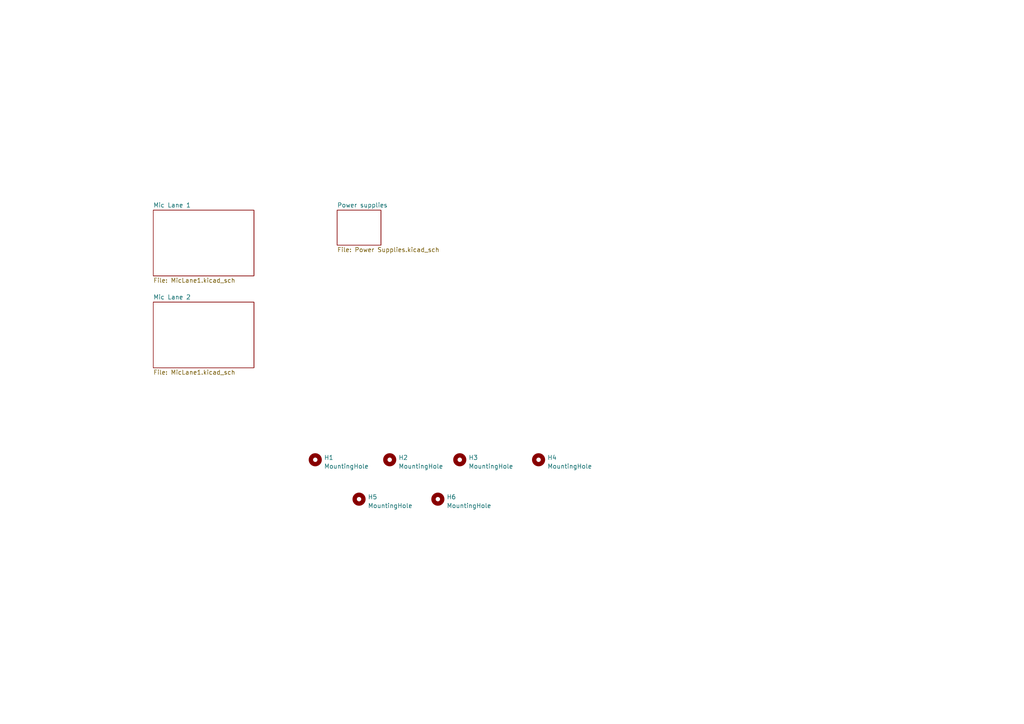
<source format=kicad_sch>
(kicad_sch (version 20230121) (generator eeschema)
  (paper "A4")
  (lib_symbols
    (symbol "Mechanical:MountingHole" (pin_names (offset 1.016))
      (property "Reference" "H" (at 0 5.08 0))
      (property "Value" "MountingHole" (at 0 3.175 0))
      (symbol "MountingHole_0_1"
        (circle (center 0 0) (radius 1.27) (stroke (width 1.27)))
      )
    )
  )
  (symbol (lib_id "Mechanical:MountingHole") (at 156.21 133.35 0) (unit 1)
    (property "Reference" "H4" (at 158.75 132.715 0) (effects (justify left)))
    (property "Value" "MountingHole" (at 158.75 135.255 0) (effects (justify left)))
    (property "Footprint" "MountingHole:MountingHole_3.2mm_M3_ISO7380_Pad" (effects hide))
  )
  (symbol (lib_id "Mechanical:MountingHole") (at 91.44 133.35 0) (unit 1)
    (property "Reference" "H1" (at 93.98 132.715 0) (effects (justify left)))
    (property "Value" "MountingHole" (at 93.98 135.255 0) (effects (justify left)))
    (property "Footprint" "MountingHole:MountingHole_3.2mm_M3_ISO7380_Pad" (effects hide))
  )
  (symbol (lib_id "Mechanical:MountingHole") (at 104.14 144.78 0) (unit 1)
    (property "Reference" "H5" (at 106.68 144.145 0) (effects (justify left)))
    (property "Value" "MountingHole" (at 106.68 146.685 0) (effects (justify left)))
    (property "Footprint" "MountingHole:MountingHole_3.2mm_M3_ISO7380_Pad" (effects hide))
  )
  (symbol (lib_id "Mechanical:MountingHole") (at 113.03 133.35 0) (unit 1)
    (property "Reference" "H2" (at 115.57 132.715 0) (effects (justify left)))
    (property "Value" "MountingHole" (at 115.57 135.255 0) (effects (justify left)))
    (property "Footprint" "MountingHole:MountingHole_3.2mm_M3_ISO7380_Pad" (effects hide))
  )
  (symbol (lib_id "Mechanical:MountingHole") (at 133.35 133.35 0) (unit 1)
    (property "Reference" "H3" (at 135.89 132.715 0) (effects (justify left)))
    (property "Value" "MountingHole" (at 135.89 135.255 0) (effects (justify left)))
    (property "Footprint" "MountingHole:MountingHole_3.2mm_M3_ISO7380_Pad" (effects hide))
  )
  (symbol (lib_id "Mechanical:MountingHole") (at 127 144.78 0) (unit 1)
    (property "Reference" "H6" (at 129.54 144.145 0) (effects (justify left)))
    (property "Value" "MountingHole" (at 129.54 146.685 0) (effects (justify left)))
    (property "Footprint" "MountingHole:MountingHole_3.2mm_M3_ISO7380_Pad" (effects hide))
  )
  (sheet (at 97.79 60.96) (size 12.7 10.16) (stroke (width 0.1524))
    (property "Sheetname" "Power supplies" (at 97.79 60.2484 0) (effects (justify left bottom)))
    (property "Sheetfile" "Power Supplies.kicad_sch" (at 97.79 71.7046 0) (effects (justify left top)))
  )
  (sheet (at 44.45 60.96) (size 29.21 19.05) (stroke (width 0.1524))
    (property "Sheetname" "Mic Lane 1" (at 44.45 60.2484 0) (effects (justify left bottom)))
    (property "Sheetfile" "MicLane1.kicad_sch" (at 44.45 80.5946 0) (effects (justify left top)))
  )
  (sheet (at 44.45 87.63) (size 29.21 19.05) (stroke (width 0.1524))
    (property "Sheetname" "Mic Lane 2" (at 44.45 86.9184 0) (effects (justify left bottom)))
    (property "Sheetfile" "MicLane1.kicad_sch" (at 44.45 107.2646 0) (effects (justify left top)))
  )
)
</source>
